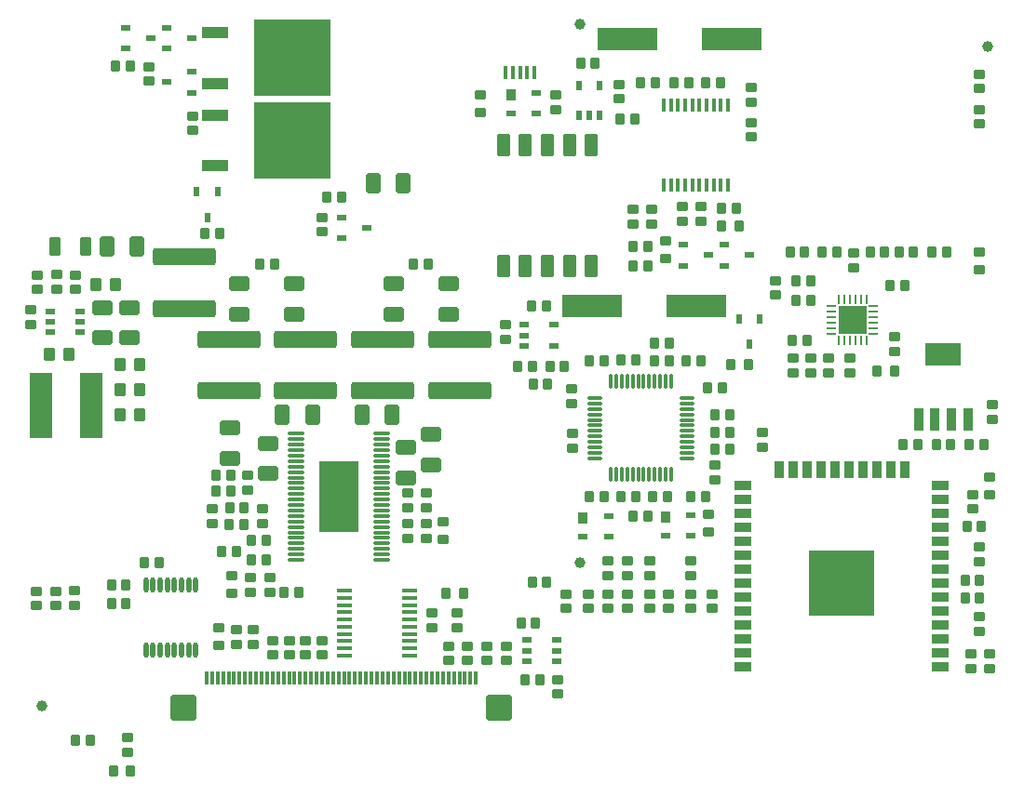
<source format=gtp>
G04 Layer_Color=8421504*
%FSLAX25Y25*%
%MOIN*%
G70*
G01*
G75*
G04:AMPARAMS|DCode=10|XSize=37.4mil|YSize=31.5mil|CornerRadius=3.94mil|HoleSize=0mil|Usage=FLASHONLY|Rotation=0.000|XOffset=0mil|YOffset=0mil|HoleType=Round|Shape=RoundedRectangle|*
%AMROUNDEDRECTD10*
21,1,0.03740,0.02362,0,0,0.0*
21,1,0.02953,0.03150,0,0,0.0*
1,1,0.00787,0.01476,-0.01181*
1,1,0.00787,-0.01476,-0.01181*
1,1,0.00787,-0.01476,0.01181*
1,1,0.00787,0.01476,0.01181*
%
%ADD10ROUNDEDRECTD10*%
G04:AMPARAMS|DCode=11|XSize=39.37mil|YSize=35.43mil|CornerRadius=4.43mil|HoleSize=0mil|Usage=FLASHONLY|Rotation=90.000|XOffset=0mil|YOffset=0mil|HoleType=Round|Shape=RoundedRectangle|*
%AMROUNDEDRECTD11*
21,1,0.03937,0.02657,0,0,90.0*
21,1,0.03051,0.03543,0,0,90.0*
1,1,0.00886,0.01329,0.01526*
1,1,0.00886,0.01329,-0.01526*
1,1,0.00886,-0.01329,-0.01526*
1,1,0.00886,-0.01329,0.01526*
%
%ADD11ROUNDEDRECTD11*%
G04:AMPARAMS|DCode=12|XSize=37.4mil|YSize=33.47mil|CornerRadius=4.18mil|HoleSize=0mil|Usage=FLASHONLY|Rotation=0.000|XOffset=0mil|YOffset=0mil|HoleType=Round|Shape=RoundedRectangle|*
%AMROUNDEDRECTD12*
21,1,0.03740,0.02510,0,0,0.0*
21,1,0.02904,0.03347,0,0,0.0*
1,1,0.00837,0.01452,-0.01255*
1,1,0.00837,-0.01452,-0.01255*
1,1,0.00837,-0.01452,0.01255*
1,1,0.00837,0.01452,0.01255*
%
%ADD12ROUNDEDRECTD12*%
G04:AMPARAMS|DCode=13|XSize=37.4mil|YSize=31.5mil|CornerRadius=3.94mil|HoleSize=0mil|Usage=FLASHONLY|Rotation=270.000|XOffset=0mil|YOffset=0mil|HoleType=Round|Shape=RoundedRectangle|*
%AMROUNDEDRECTD13*
21,1,0.03740,0.02362,0,0,270.0*
21,1,0.02953,0.03150,0,0,270.0*
1,1,0.00787,-0.01181,-0.01476*
1,1,0.00787,-0.01181,0.01476*
1,1,0.00787,0.01181,0.01476*
1,1,0.00787,0.01181,-0.01476*
%
%ADD13ROUNDEDRECTD13*%
G04:AMPARAMS|DCode=14|XSize=37.4mil|YSize=33.47mil|CornerRadius=4.18mil|HoleSize=0mil|Usage=FLASHONLY|Rotation=90.000|XOffset=0mil|YOffset=0mil|HoleType=Round|Shape=RoundedRectangle|*
%AMROUNDEDRECTD14*
21,1,0.03740,0.02510,0,0,90.0*
21,1,0.02904,0.03347,0,0,90.0*
1,1,0.00837,0.01255,0.01452*
1,1,0.00837,0.01255,-0.01452*
1,1,0.00837,-0.01255,-0.01452*
1,1,0.00837,-0.01255,0.01452*
%
%ADD14ROUNDEDRECTD14*%
G04:AMPARAMS|DCode=15|XSize=39.37mil|YSize=35.43mil|CornerRadius=4.43mil|HoleSize=0mil|Usage=FLASHONLY|Rotation=180.000|XOffset=0mil|YOffset=0mil|HoleType=Round|Shape=RoundedRectangle|*
%AMROUNDEDRECTD15*
21,1,0.03937,0.02657,0,0,180.0*
21,1,0.03051,0.03543,0,0,180.0*
1,1,0.00886,-0.01526,0.01329*
1,1,0.00886,0.01526,0.01329*
1,1,0.00886,0.01526,-0.01329*
1,1,0.00886,-0.01526,-0.01329*
%
%ADD15ROUNDEDRECTD15*%
%ADD16R,0.03543X0.03937*%
%ADD17R,0.03543X0.02362*%
%ADD18C,0.03937*%
G04:AMPARAMS|DCode=19|XSize=62.99mil|YSize=224.41mil|CornerRadius=7.87mil|HoleSize=0mil|Usage=FLASHONLY|Rotation=90.000|XOffset=0mil|YOffset=0mil|HoleType=Round|Shape=RoundedRectangle|*
%AMROUNDEDRECTD19*
21,1,0.06299,0.20866,0,0,90.0*
21,1,0.04724,0.22441,0,0,90.0*
1,1,0.01575,0.10433,0.02362*
1,1,0.01575,0.10433,-0.02362*
1,1,0.01575,-0.10433,-0.02362*
1,1,0.01575,-0.10433,0.02362*
%
%ADD19ROUNDEDRECTD19*%
G04:AMPARAMS|DCode=20|XSize=70.87mil|YSize=55.12mil|CornerRadius=6.89mil|HoleSize=0mil|Usage=FLASHONLY|Rotation=0.000|XOffset=0mil|YOffset=0mil|HoleType=Round|Shape=RoundedRectangle|*
%AMROUNDEDRECTD20*
21,1,0.07087,0.04134,0,0,0.0*
21,1,0.05709,0.05512,0,0,0.0*
1,1,0.01378,0.02854,-0.02067*
1,1,0.01378,-0.02854,-0.02067*
1,1,0.01378,-0.02854,0.02067*
1,1,0.01378,0.02854,0.02067*
%
%ADD20ROUNDEDRECTD20*%
%ADD21R,0.21654X0.07874*%
G04:AMPARAMS|DCode=22|XSize=49.21mil|YSize=39.37mil|CornerRadius=4.92mil|HoleSize=0mil|Usage=FLASHONLY|Rotation=270.000|XOffset=0mil|YOffset=0mil|HoleType=Round|Shape=RoundedRectangle|*
%AMROUNDEDRECTD22*
21,1,0.04921,0.02953,0,0,270.0*
21,1,0.03937,0.03937,0,0,270.0*
1,1,0.00984,-0.01476,-0.01968*
1,1,0.00984,-0.01476,0.01968*
1,1,0.00984,0.01476,0.01968*
1,1,0.00984,0.01476,-0.01968*
%
%ADD22ROUNDEDRECTD22*%
%ADD23R,0.03740X0.02165*%
%ADD24R,0.02362X0.03543*%
G04:AMPARAMS|DCode=25|XSize=70.87mil|YSize=55.12mil|CornerRadius=6.89mil|HoleSize=0mil|Usage=FLASHONLY|Rotation=90.000|XOffset=0mil|YOffset=0mil|HoleType=Round|Shape=RoundedRectangle|*
%AMROUNDEDRECTD25*
21,1,0.07087,0.04134,0,0,90.0*
21,1,0.05709,0.05512,0,0,90.0*
1,1,0.01378,0.02067,0.02854*
1,1,0.01378,0.02067,-0.02854*
1,1,0.01378,-0.02067,-0.02854*
1,1,0.01378,-0.02067,0.02854*
%
%ADD25ROUNDEDRECTD25*%
%ADD26R,0.09449X0.04134*%
%ADD27R,0.27559X0.27559*%
G04:AMPARAMS|DCode=28|XSize=66.93mil|YSize=43.31mil|CornerRadius=5.41mil|HoleSize=0mil|Usage=FLASHONLY|Rotation=90.000|XOffset=0mil|YOffset=0mil|HoleType=Round|Shape=RoundedRectangle|*
%AMROUNDEDRECTD28*
21,1,0.06693,0.03248,0,0,90.0*
21,1,0.05610,0.04331,0,0,90.0*
1,1,0.01083,0.01624,0.02805*
1,1,0.01083,0.01624,-0.02805*
1,1,0.01083,-0.01624,-0.02805*
1,1,0.01083,-0.01624,0.02805*
%
%ADD28ROUNDEDRECTD28*%
G04:AMPARAMS|DCode=29|XSize=35.43mil|YSize=39.37mil|CornerRadius=4.43mil|HoleSize=0mil|Usage=FLASHONLY|Rotation=180.000|XOffset=0mil|YOffset=0mil|HoleType=Round|Shape=RoundedRectangle|*
%AMROUNDEDRECTD29*
21,1,0.03543,0.03051,0,0,180.0*
21,1,0.02657,0.03937,0,0,180.0*
1,1,0.00886,-0.01329,0.01526*
1,1,0.00886,0.01329,0.01526*
1,1,0.00886,0.01329,-0.01526*
1,1,0.00886,-0.01329,-0.01526*
%
%ADD29ROUNDEDRECTD29*%
%ADD30R,0.14173X0.25197*%
%ADD31O,0.06299X0.01181*%
%ADD32O,0.01654X0.04921*%
%ADD33R,0.05906X0.03543*%
%ADD34R,0.03543X0.05906*%
%ADD35R,0.23622X0.23622*%
%ADD36O,0.01181X0.05709*%
%ADD37O,0.05709X0.01181*%
G04:AMPARAMS|DCode=38|XSize=11.81mil|YSize=47.24mil|CornerRadius=1.48mil|HoleSize=0mil|Usage=FLASHONLY|Rotation=0.000|XOffset=0mil|YOffset=0mil|HoleType=Round|Shape=RoundedRectangle|*
%AMROUNDEDRECTD38*
21,1,0.01181,0.04429,0,0,0.0*
21,1,0.00886,0.04724,0,0,0.0*
1,1,0.00295,0.00443,-0.02215*
1,1,0.00295,-0.00443,-0.02215*
1,1,0.00295,-0.00443,0.02215*
1,1,0.00295,0.00443,0.02215*
%
%ADD38ROUNDEDRECTD38*%
G04:AMPARAMS|DCode=39|XSize=94.49mil|YSize=94.49mil|CornerRadius=11.81mil|HoleSize=0mil|Usage=FLASHONLY|Rotation=0.000|XOffset=0mil|YOffset=0mil|HoleType=Round|Shape=RoundedRectangle|*
%AMROUNDEDRECTD39*
21,1,0.09449,0.07087,0,0,0.0*
21,1,0.07087,0.09449,0,0,0.0*
1,1,0.02362,0.03543,-0.03543*
1,1,0.02362,-0.03543,-0.03543*
1,1,0.02362,-0.03543,0.03543*
1,1,0.02362,0.03543,0.03543*
%
%ADD39ROUNDEDRECTD39*%
%ADD40O,0.03543X0.00984*%
%ADD41O,0.00984X0.03543*%
%ADD42R,0.09842X0.09842*%
G04:AMPARAMS|DCode=43|XSize=78.74mil|YSize=47.24mil|CornerRadius=5.91mil|HoleSize=0mil|Usage=FLASHONLY|Rotation=270.000|XOffset=0mil|YOffset=0mil|HoleType=Round|Shape=RoundedRectangle|*
%AMROUNDEDRECTD43*
21,1,0.07874,0.03543,0,0,270.0*
21,1,0.06693,0.04724,0,0,270.0*
1,1,0.01181,-0.01772,-0.03347*
1,1,0.01181,-0.01772,0.03347*
1,1,0.01181,0.01772,0.03347*
1,1,0.01181,0.01772,-0.03347*
%
%ADD43ROUNDEDRECTD43*%
%ADD44O,0.01772X0.05512*%
%ADD45R,0.07874X0.23622*%
%ADD46R,0.03740X0.02362*%
%ADD47R,0.03543X0.08268*%
%ADD48R,0.12598X0.08268*%
%ADD49O,0.05512X0.01575*%
%ADD50R,0.02362X0.03740*%
%ADD51R,0.01772X0.05118*%
D10*
X231299Y194095D02*
D03*
Y187795D02*
D03*
X246555Y96063D02*
D03*
Y89764D02*
D03*
X343701Y190059D02*
D03*
Y183760D02*
D03*
X347244Y103150D02*
D03*
Y109449D02*
D03*
X71161Y49016D02*
D03*
Y55315D02*
D03*
X75886Y74114D02*
D03*
Y67815D02*
D03*
X151673Y93504D02*
D03*
Y87205D02*
D03*
X164862Y240256D02*
D03*
Y246555D02*
D03*
D11*
X282087Y158268D02*
D03*
X276772D02*
D03*
X254134Y131890D02*
D03*
X248819D02*
D03*
X254134Y119291D02*
D03*
X248819D02*
D03*
X254134Y125591D02*
D03*
X248819D02*
D03*
X251673Y141437D02*
D03*
X246358D02*
D03*
X232677Y157480D02*
D03*
X227362D02*
D03*
X243996Y151083D02*
D03*
X238681D02*
D03*
X215453Y151279D02*
D03*
X220768D02*
D03*
X204035Y151181D02*
D03*
X209350D02*
D03*
X219783Y95276D02*
D03*
X225098D02*
D03*
X245768Y102362D02*
D03*
X240453D02*
D03*
X19980Y15256D02*
D03*
X25295D02*
D03*
X186417Y36614D02*
D03*
X181102D02*
D03*
X203937Y102559D02*
D03*
X209252D02*
D03*
X215453Y102461D02*
D03*
X220768D02*
D03*
X231988D02*
D03*
X226673D02*
D03*
X183169Y170866D02*
D03*
X188484D02*
D03*
X225098Y185039D02*
D03*
X219783D02*
D03*
X225098Y191929D02*
D03*
X219783D02*
D03*
X251279Y205906D02*
D03*
X256594D02*
D03*
X245768Y250787D02*
D03*
X251083D02*
D03*
X239665D02*
D03*
X234350D02*
D03*
X222146D02*
D03*
X227461D02*
D03*
X283268Y172736D02*
D03*
X277953D02*
D03*
X311713Y178248D02*
D03*
X317028D02*
D03*
X326575Y190059D02*
D03*
X331890D02*
D03*
X345177Y121063D02*
D03*
X339862D02*
D03*
X72146Y82677D02*
D03*
X77461D02*
D03*
X82972Y86614D02*
D03*
X88287D02*
D03*
X75098Y92520D02*
D03*
X80413D02*
D03*
X70177Y104331D02*
D03*
X75492D02*
D03*
X70177Y110236D02*
D03*
X75492D02*
D03*
X146358Y185827D02*
D03*
X141043D02*
D03*
X91240D02*
D03*
X85925D02*
D03*
X71555Y196850D02*
D03*
X66240D02*
D03*
X183563Y149016D02*
D03*
X178248D02*
D03*
X215059Y237795D02*
D03*
X220374D02*
D03*
D12*
X313386Y154528D02*
D03*
Y159646D02*
D03*
X343701Y253740D02*
D03*
Y248622D02*
D03*
Y241142D02*
D03*
Y236024D02*
D03*
X249016Y113681D02*
D03*
Y108563D02*
D03*
X265846Y120177D02*
D03*
Y125295D02*
D03*
X197736Y135827D02*
D03*
Y140945D02*
D03*
X248031Y62402D02*
D03*
Y67520D02*
D03*
X240158Y67520D02*
D03*
Y62402D02*
D03*
X232283Y62402D02*
D03*
Y67520D02*
D03*
X225590Y67520D02*
D03*
Y62402D02*
D03*
X217717Y67520D02*
D03*
Y62402D02*
D03*
X210630Y67520D02*
D03*
Y62402D02*
D03*
X203740Y62402D02*
D03*
Y67520D02*
D03*
X195472Y62402D02*
D03*
Y67520D02*
D03*
X153543Y48819D02*
D03*
Y43701D02*
D03*
X160433Y48819D02*
D03*
Y43701D02*
D03*
X167323Y48819D02*
D03*
Y43701D02*
D03*
X174213Y48819D02*
D03*
Y43701D02*
D03*
X156496Y60630D02*
D03*
Y55512D02*
D03*
X108268Y50787D02*
D03*
Y45669D02*
D03*
X102362Y50787D02*
D03*
Y45669D02*
D03*
X96457Y50787D02*
D03*
Y45669D02*
D03*
X90551Y50787D02*
D03*
Y45669D02*
D03*
X244094Y201181D02*
D03*
Y206299D02*
D03*
X237205Y201181D02*
D03*
Y206299D02*
D03*
X261811Y236417D02*
D03*
Y231299D02*
D03*
Y249016D02*
D03*
Y243898D02*
D03*
X277067Y151969D02*
D03*
Y146850D02*
D03*
X68898Y92913D02*
D03*
Y98032D02*
D03*
X20079Y181890D02*
D03*
Y176772D02*
D03*
X6299Y176772D02*
D03*
Y181890D02*
D03*
X3937Y164173D02*
D03*
Y169291D02*
D03*
X46260Y256496D02*
D03*
Y251378D02*
D03*
X61811Y233661D02*
D03*
Y238779D02*
D03*
X38583Y15945D02*
D03*
Y10827D02*
D03*
X5906Y63386D02*
D03*
Y68504D02*
D03*
X12795Y68504D02*
D03*
Y63386D02*
D03*
X341142Y103051D02*
D03*
Y97933D02*
D03*
X108268Y202559D02*
D03*
Y197441D02*
D03*
X214567Y250197D02*
D03*
Y245079D02*
D03*
D13*
X254724Y149606D02*
D03*
X261024D02*
D03*
X152657Y67618D02*
D03*
X158957D02*
D03*
X251279Y199311D02*
D03*
X257579D02*
D03*
X306890Y147343D02*
D03*
X313189D02*
D03*
D14*
X227362Y151181D02*
D03*
X232480D02*
D03*
X188681Y71752D02*
D03*
X183563D02*
D03*
X184646Y57087D02*
D03*
X179528D02*
D03*
X287402Y189961D02*
D03*
X292520D02*
D03*
X278051Y179626D02*
D03*
X283169D02*
D03*
X281102Y189961D02*
D03*
X275984D02*
D03*
X309646D02*
D03*
X304528D02*
D03*
X314961D02*
D03*
X320079D02*
D03*
X316339Y121063D02*
D03*
X321457D02*
D03*
X328150D02*
D03*
X333268D02*
D03*
X344291Y91634D02*
D03*
X339173D02*
D03*
X343701Y66240D02*
D03*
X338583D02*
D03*
X343701Y72441D02*
D03*
X338583D02*
D03*
X37992Y63976D02*
D03*
X32874D02*
D03*
X37992Y70866D02*
D03*
X32874D02*
D03*
X94685Y68209D02*
D03*
X99803D02*
D03*
X83071Y79724D02*
D03*
X88189D02*
D03*
X80315Y98425D02*
D03*
X75197D02*
D03*
X34449Y256693D02*
D03*
X39567D02*
D03*
X49803Y78740D02*
D03*
X44685D02*
D03*
X189075Y142618D02*
D03*
X183957D02*
D03*
X189961Y149016D02*
D03*
X195079D02*
D03*
X115157Y209842D02*
D03*
X110039D02*
D03*
X206102Y257874D02*
D03*
X200984D02*
D03*
D15*
X198031Y119783D02*
D03*
Y125098D02*
D03*
X210630Y79429D02*
D03*
Y74114D02*
D03*
X217717Y79429D02*
D03*
Y74114D02*
D03*
X225590Y79429D02*
D03*
Y74114D02*
D03*
X240158Y79429D02*
D03*
Y74114D02*
D03*
X192520Y31594D02*
D03*
Y36909D02*
D03*
X147638Y55413D02*
D03*
Y60728D02*
D03*
X77756Y54823D02*
D03*
Y49508D02*
D03*
X83661D02*
D03*
Y54823D02*
D03*
X174016Y158760D02*
D03*
Y164075D02*
D03*
X226378Y205413D02*
D03*
Y200098D02*
D03*
X219488Y205413D02*
D03*
Y200098D02*
D03*
X270768Y174606D02*
D03*
Y179921D02*
D03*
X298524Y189862D02*
D03*
Y184547D02*
D03*
X297244Y152067D02*
D03*
Y146752D02*
D03*
X289764Y152067D02*
D03*
Y146752D02*
D03*
X283268D02*
D03*
Y152067D02*
D03*
X348425Y135531D02*
D03*
Y130217D02*
D03*
X343701Y79035D02*
D03*
Y84350D02*
D03*
X347441Y45965D02*
D03*
Y40650D02*
D03*
X340551Y45965D02*
D03*
Y40650D02*
D03*
X89567Y73524D02*
D03*
Y68209D02*
D03*
X82677Y73524D02*
D03*
Y68209D02*
D03*
X87106Y97933D02*
D03*
Y92618D02*
D03*
X81693Y104626D02*
D03*
Y109941D02*
D03*
X138976Y87500D02*
D03*
Y92815D02*
D03*
X145669Y87500D02*
D03*
Y92815D02*
D03*
Y103839D02*
D03*
Y98524D02*
D03*
X138976D02*
D03*
Y103839D02*
D03*
X13386Y176673D02*
D03*
Y181988D02*
D03*
X19685Y63287D02*
D03*
Y68602D02*
D03*
X343701Y59449D02*
D03*
Y54134D02*
D03*
X192028Y246555D02*
D03*
Y241240D02*
D03*
D16*
X231201Y94980D02*
D03*
X201772Y94685D02*
D03*
X175984Y246457D02*
D03*
D17*
X231201Y88287D02*
D03*
X240256D02*
D03*
Y95768D02*
D03*
X201772Y87992D02*
D03*
X210827D02*
D03*
Y95473D02*
D03*
X246654Y188976D02*
D03*
X237598Y185236D02*
D03*
Y192717D02*
D03*
X261417Y188976D02*
D03*
X252362Y185236D02*
D03*
Y192717D02*
D03*
X46850Y266732D02*
D03*
X37795Y262992D02*
D03*
Y270472D02*
D03*
X61614Y266732D02*
D03*
X52559Y262992D02*
D03*
Y270472D02*
D03*
Y250984D02*
D03*
X61614Y254724D02*
D03*
Y247244D02*
D03*
X175984Y239764D02*
D03*
X185039D02*
D03*
Y247244D02*
D03*
X124213Y198819D02*
D03*
X115157Y195079D02*
D03*
Y202559D02*
D03*
D18*
X200787Y78740D02*
D03*
X346457Y263779D02*
D03*
X200787Y271654D02*
D03*
X7874Y27559D02*
D03*
D19*
X74803Y140354D02*
D03*
Y158858D02*
D03*
X129921Y140354D02*
D03*
Y158858D02*
D03*
X157480Y140354D02*
D03*
Y158858D02*
D03*
X59055Y169882D02*
D03*
Y188386D02*
D03*
X102362Y140354D02*
D03*
Y158858D02*
D03*
D20*
X78740Y178642D02*
D03*
Y167815D02*
D03*
X98425Y178642D02*
D03*
Y167815D02*
D03*
X133858Y178642D02*
D03*
Y167815D02*
D03*
X153543Y178642D02*
D03*
Y167815D02*
D03*
X29528Y159350D02*
D03*
Y170177D02*
D03*
X39370Y159350D02*
D03*
Y170177D02*
D03*
X88976Y121457D02*
D03*
Y110630D02*
D03*
X138386Y120079D02*
D03*
Y109252D02*
D03*
X75197Y116240D02*
D03*
Y127067D02*
D03*
X147146Y113779D02*
D03*
Y124606D02*
D03*
D21*
X217520Y266535D02*
D03*
X254921D02*
D03*
X205020Y170866D02*
D03*
X242421D02*
D03*
D22*
X42815Y131890D02*
D03*
X35925D02*
D03*
X42815Y140748D02*
D03*
X35925D02*
D03*
X42815Y149606D02*
D03*
X35925D02*
D03*
X10728Y153347D02*
D03*
X17618D02*
D03*
X34154Y178543D02*
D03*
X27264D02*
D03*
D23*
X10827Y161417D02*
D03*
Y165157D02*
D03*
Y168898D02*
D03*
X21457D02*
D03*
Y165157D02*
D03*
Y161417D02*
D03*
X192323Y43504D02*
D03*
Y47244D02*
D03*
Y50984D02*
D03*
X181693D02*
D03*
Y47244D02*
D03*
Y43504D02*
D03*
D24*
X67126Y202559D02*
D03*
X63386Y211614D02*
D03*
X70866D02*
D03*
X261221Y157087D02*
D03*
X257480Y166142D02*
D03*
X264961D02*
D03*
D25*
X31201Y192126D02*
D03*
X42028D02*
D03*
X104823Y131890D02*
D03*
X93996D02*
D03*
X122539D02*
D03*
X133366D02*
D03*
X137402Y214665D02*
D03*
X126575D02*
D03*
D26*
X69882Y268701D02*
D03*
Y250590D02*
D03*
Y221063D02*
D03*
Y239173D02*
D03*
D27*
X97638Y259646D02*
D03*
Y230118D02*
D03*
D28*
X23622Y192126D02*
D03*
X12598D02*
D03*
D29*
X39764Y3937D02*
D03*
X33465D02*
D03*
D30*
X114173Y102362D02*
D03*
D31*
X129528Y79724D02*
D03*
Y81693D02*
D03*
Y83661D02*
D03*
Y85630D02*
D03*
Y87598D02*
D03*
Y89567D02*
D03*
Y91535D02*
D03*
Y93504D02*
D03*
Y95473D02*
D03*
Y97441D02*
D03*
Y99410D02*
D03*
Y101378D02*
D03*
Y103347D02*
D03*
Y105315D02*
D03*
Y107283D02*
D03*
Y109252D02*
D03*
Y111221D02*
D03*
Y113189D02*
D03*
Y115157D02*
D03*
Y117126D02*
D03*
Y119095D02*
D03*
Y121063D02*
D03*
Y123031D02*
D03*
Y125000D02*
D03*
X98819Y79724D02*
D03*
Y81693D02*
D03*
Y83661D02*
D03*
Y85630D02*
D03*
Y87598D02*
D03*
Y89567D02*
D03*
Y91535D02*
D03*
Y93504D02*
D03*
Y95473D02*
D03*
Y97441D02*
D03*
Y99410D02*
D03*
Y101378D02*
D03*
Y103347D02*
D03*
Y105315D02*
D03*
Y107283D02*
D03*
Y109252D02*
D03*
Y111221D02*
D03*
Y113189D02*
D03*
Y115157D02*
D03*
Y117126D02*
D03*
Y119095D02*
D03*
Y121063D02*
D03*
Y123031D02*
D03*
Y125000D02*
D03*
D32*
X230610Y214075D02*
D03*
X233169D02*
D03*
X235728D02*
D03*
X238287D02*
D03*
X240846D02*
D03*
X243406D02*
D03*
X245965D02*
D03*
X248524D02*
D03*
X251083D02*
D03*
X253642D02*
D03*
X230610Y242618D02*
D03*
X233169D02*
D03*
X235728D02*
D03*
X238287D02*
D03*
X240846D02*
D03*
X243406D02*
D03*
X245965D02*
D03*
X248524D02*
D03*
X251083D02*
D03*
X253642D02*
D03*
D33*
X329724Y41260D02*
D03*
Y46260D02*
D03*
Y51260D02*
D03*
Y56260D02*
D03*
Y61260D02*
D03*
Y66260D02*
D03*
Y71260D02*
D03*
Y76260D02*
D03*
Y81260D02*
D03*
Y86260D02*
D03*
Y91260D02*
D03*
Y96260D02*
D03*
Y101260D02*
D03*
Y106260D02*
D03*
X258858D02*
D03*
Y101260D02*
D03*
Y96260D02*
D03*
Y91260D02*
D03*
Y86260D02*
D03*
Y81260D02*
D03*
Y76260D02*
D03*
Y71260D02*
D03*
Y66260D02*
D03*
Y61260D02*
D03*
Y56260D02*
D03*
Y51260D02*
D03*
Y46260D02*
D03*
Y41260D02*
D03*
D34*
X316791Y112126D02*
D03*
X311791D02*
D03*
X306791D02*
D03*
X301791D02*
D03*
X296791D02*
D03*
X291791D02*
D03*
X286791D02*
D03*
X281791D02*
D03*
X276791D02*
D03*
X271791D02*
D03*
D35*
X294291Y71575D02*
D03*
D36*
X233268Y110335D02*
D03*
X231299D02*
D03*
X229331D02*
D03*
X227362D02*
D03*
X225394D02*
D03*
X223425D02*
D03*
X221457D02*
D03*
X219488D02*
D03*
X217520D02*
D03*
X215551D02*
D03*
X213583D02*
D03*
X211614D02*
D03*
Y143602D02*
D03*
X213583D02*
D03*
X215551D02*
D03*
X217520D02*
D03*
X219488D02*
D03*
X221457D02*
D03*
X223425D02*
D03*
X225394D02*
D03*
X227362D02*
D03*
X229331D02*
D03*
X231299D02*
D03*
X233268D02*
D03*
D37*
X205807Y116142D02*
D03*
Y118110D02*
D03*
Y120079D02*
D03*
Y122047D02*
D03*
Y124016D02*
D03*
Y125984D02*
D03*
Y127953D02*
D03*
Y129921D02*
D03*
Y131890D02*
D03*
Y133858D02*
D03*
Y135827D02*
D03*
Y137795D02*
D03*
X239075D02*
D03*
Y135827D02*
D03*
Y133858D02*
D03*
Y131890D02*
D03*
Y129921D02*
D03*
Y127953D02*
D03*
Y125984D02*
D03*
Y124016D02*
D03*
Y122047D02*
D03*
Y120079D02*
D03*
Y118110D02*
D03*
Y116142D02*
D03*
D38*
X163386Y37402D02*
D03*
X161417D02*
D03*
X159449D02*
D03*
X157480D02*
D03*
X155512D02*
D03*
X153543D02*
D03*
X151575D02*
D03*
X149606D02*
D03*
X147638D02*
D03*
X145669D02*
D03*
X143701D02*
D03*
X141732D02*
D03*
X139764D02*
D03*
X137795D02*
D03*
X135827D02*
D03*
X133858D02*
D03*
X131890D02*
D03*
X129921D02*
D03*
X127953D02*
D03*
X125984D02*
D03*
X124016D02*
D03*
X122047D02*
D03*
X120079D02*
D03*
X118110D02*
D03*
X116142D02*
D03*
X114173D02*
D03*
X112205D02*
D03*
X110236D02*
D03*
X108268D02*
D03*
X106299D02*
D03*
X104331D02*
D03*
X102362D02*
D03*
X100394D02*
D03*
X98425D02*
D03*
X96457D02*
D03*
X94488D02*
D03*
X92520D02*
D03*
X90551D02*
D03*
X88583D02*
D03*
X86614D02*
D03*
X84646D02*
D03*
X82677D02*
D03*
X80709D02*
D03*
X78740D02*
D03*
X76772D02*
D03*
X74803D02*
D03*
X72835D02*
D03*
X70866D02*
D03*
X68898D02*
D03*
X66929D02*
D03*
D39*
X171653Y26772D02*
D03*
X58661D02*
D03*
D40*
X290748Y170669D02*
D03*
Y168701D02*
D03*
Y166732D02*
D03*
Y164764D02*
D03*
Y162795D02*
D03*
Y160827D02*
D03*
X305709D02*
D03*
Y162795D02*
D03*
Y164764D02*
D03*
Y166732D02*
D03*
Y168701D02*
D03*
Y170669D02*
D03*
D41*
X293307Y158268D02*
D03*
X295276D02*
D03*
X297244D02*
D03*
X299213D02*
D03*
X301181D02*
D03*
X303150D02*
D03*
Y173228D02*
D03*
X301181D02*
D03*
X299213D02*
D03*
X297244D02*
D03*
X295276D02*
D03*
X293307D02*
D03*
D42*
X298228Y165748D02*
D03*
D43*
X173228Y185039D02*
D03*
X181102D02*
D03*
X188976D02*
D03*
X196850D02*
D03*
X204724D02*
D03*
Y228346D02*
D03*
X196850D02*
D03*
X188976D02*
D03*
X181102D02*
D03*
X173228D02*
D03*
D44*
X63091Y70669D02*
D03*
X60532D02*
D03*
X57973D02*
D03*
X55413D02*
D03*
X52854D02*
D03*
X50295D02*
D03*
X47736D02*
D03*
X45177D02*
D03*
X63091Y47441D02*
D03*
X60532D02*
D03*
X57973D02*
D03*
X55413D02*
D03*
X52854D02*
D03*
X50295D02*
D03*
X47736D02*
D03*
X45177D02*
D03*
D45*
X7579Y135236D02*
D03*
X25492D02*
D03*
D46*
X180512Y163976D02*
D03*
Y160236D02*
D03*
Y156496D02*
D03*
X191142D02*
D03*
Y163976D02*
D03*
D47*
X321850Y130118D02*
D03*
X327756D02*
D03*
X333661D02*
D03*
X339567D02*
D03*
D48*
X330709Y153347D02*
D03*
D49*
X116339Y68602D02*
D03*
Y66043D02*
D03*
Y63484D02*
D03*
Y60925D02*
D03*
Y58366D02*
D03*
Y55807D02*
D03*
Y53248D02*
D03*
Y50689D02*
D03*
Y48130D02*
D03*
Y45571D02*
D03*
X139567Y68602D02*
D03*
Y66043D02*
D03*
Y63484D02*
D03*
Y60925D02*
D03*
Y58366D02*
D03*
Y55807D02*
D03*
Y53248D02*
D03*
Y50689D02*
D03*
Y48130D02*
D03*
Y45571D02*
D03*
D50*
X200197Y239173D02*
D03*
X203937D02*
D03*
X207677D02*
D03*
Y249803D02*
D03*
X200197D02*
D03*
D51*
X176575Y254331D02*
D03*
X179134D02*
D03*
X181693D02*
D03*
X174016D02*
D03*
X184252D02*
D03*
M02*

</source>
